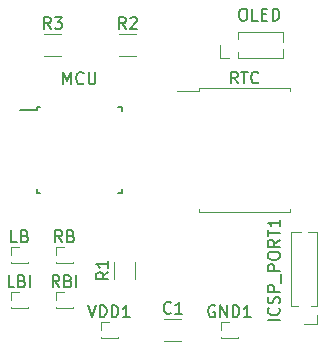
<source format=gto>
%TF.GenerationSoftware,KiCad,Pcbnew,(5.1.12)-1*%
%TF.CreationDate,2022-02-08T18:48:31+00:00*%
%TF.ProjectId,Watch_PCB_V2,57617463-685f-4504-9342-5f56322e6b69,rev?*%
%TF.SameCoordinates,Original*%
%TF.FileFunction,Legend,Top*%
%TF.FilePolarity,Positive*%
%FSLAX46Y46*%
G04 Gerber Fmt 4.6, Leading zero omitted, Abs format (unit mm)*
G04 Created by KiCad (PCBNEW (5.1.12)-1) date 2022-02-08 18:48:31*
%MOMM*%
%LPD*%
G01*
G04 APERTURE LIST*
%ADD10C,0.120000*%
%ADD11C,0.150000*%
%ADD12O,1.000000X1.000000*%
%ADD13R,1.000000X1.000000*%
%ADD14R,0.850000X0.850000*%
%ADD15R,1.600000X0.550000*%
%ADD16R,0.550000X1.600000*%
G04 APERTURE END LIST*
D10*
%TO.C,ICSP_PORT1*%
X218280000Y-90930000D02*
X217170000Y-90930000D01*
X218280000Y-90170000D02*
X218280000Y-90930000D01*
X216606529Y-89410000D02*
X216060000Y-89410000D01*
X218280000Y-89410000D02*
X217733471Y-89410000D01*
X216060000Y-89410000D02*
X216060000Y-83125000D01*
X218280000Y-89410000D02*
X218280000Y-83125000D01*
X216862470Y-83125000D02*
X216060000Y-83125000D01*
X218280000Y-83125000D02*
X217477530Y-83125000D01*
%TO.C,OLED*%
X210060000Y-68420000D02*
X210060000Y-67310000D01*
X210820000Y-68420000D02*
X210060000Y-68420000D01*
X211580000Y-66746529D02*
X211580000Y-66200000D01*
X211580000Y-68420000D02*
X211580000Y-67873471D01*
X211580000Y-66200000D02*
X215325000Y-66200000D01*
X211580000Y-68420000D02*
X215325000Y-68420000D01*
X215325000Y-67002470D02*
X215325000Y-66200000D01*
X215325000Y-68420000D02*
X215325000Y-67617530D01*
%TO.C,C1*%
X205321248Y-90530000D02*
X206743752Y-90530000D01*
X205321248Y-92350000D02*
X206743752Y-92350000D01*
%TO.C,GND1*%
X210125000Y-92125000D02*
X211515000Y-92125000D01*
X210125000Y-92125000D02*
X210125000Y-92000000D01*
X211515000Y-92125000D02*
X211515000Y-92000000D01*
X210125000Y-92125000D02*
X210211724Y-92125000D01*
X211428276Y-92125000D02*
X211515000Y-92125000D01*
X210125000Y-91440000D02*
X210125000Y-90755000D01*
X210125000Y-90755000D02*
X210820000Y-90755000D01*
%TO.C,LB*%
X192345000Y-85775000D02*
X193735000Y-85775000D01*
X192345000Y-85775000D02*
X192345000Y-85650000D01*
X193735000Y-85775000D02*
X193735000Y-85650000D01*
X192345000Y-85775000D02*
X192431724Y-85775000D01*
X193648276Y-85775000D02*
X193735000Y-85775000D01*
X192345000Y-85090000D02*
X192345000Y-84405000D01*
X192345000Y-84405000D02*
X193040000Y-84405000D01*
%TO.C,LBI*%
X192345000Y-89585000D02*
X193735000Y-89585000D01*
X192345000Y-89585000D02*
X192345000Y-89460000D01*
X193735000Y-89585000D02*
X193735000Y-89460000D01*
X192345000Y-89585000D02*
X192431724Y-89585000D01*
X193648276Y-89585000D02*
X193735000Y-89585000D01*
X192345000Y-88900000D02*
X192345000Y-88215000D01*
X192345000Y-88215000D02*
X193040000Y-88215000D01*
D11*
%TO.C,MCU*%
X194495000Y-72575000D02*
X194495000Y-72800000D01*
X201745000Y-72575000D02*
X201745000Y-72900000D01*
X201745000Y-79825000D02*
X201745000Y-79500000D01*
X194495000Y-79825000D02*
X194495000Y-79500000D01*
X194495000Y-72575000D02*
X194820000Y-72575000D01*
X194495000Y-79825000D02*
X194820000Y-79825000D01*
X201745000Y-79825000D02*
X201420000Y-79825000D01*
X201745000Y-72575000D02*
X201420000Y-72575000D01*
X194495000Y-72800000D02*
X193070000Y-72800000D01*
D10*
%TO.C,R1*%
X201020000Y-87087064D02*
X201020000Y-85632936D01*
X202840000Y-87087064D02*
X202840000Y-85632936D01*
%TO.C,R2*%
X201482936Y-68220000D02*
X202937064Y-68220000D01*
X201482936Y-66400000D02*
X202937064Y-66400000D01*
%TO.C,R3*%
X195132936Y-66400000D02*
X196587064Y-66400000D01*
X195132936Y-68220000D02*
X196587064Y-68220000D01*
%TO.C,RB*%
X196155000Y-84405000D02*
X196850000Y-84405000D01*
X196155000Y-85090000D02*
X196155000Y-84405000D01*
X197458276Y-85775000D02*
X197545000Y-85775000D01*
X196155000Y-85775000D02*
X196241724Y-85775000D01*
X197545000Y-85775000D02*
X197545000Y-85650000D01*
X196155000Y-85775000D02*
X196155000Y-85650000D01*
X196155000Y-85775000D02*
X197545000Y-85775000D01*
%TO.C,RBI*%
X196155000Y-88215000D02*
X196850000Y-88215000D01*
X196155000Y-88900000D02*
X196155000Y-88215000D01*
X197458276Y-89585000D02*
X197545000Y-89585000D01*
X196155000Y-89585000D02*
X196241724Y-89585000D01*
X197545000Y-89585000D02*
X197545000Y-89460000D01*
X196155000Y-89585000D02*
X196155000Y-89460000D01*
X196155000Y-89585000D02*
X197545000Y-89585000D01*
%TO.C,RTC*%
X212090000Y-81460000D02*
X215950000Y-81460000D01*
X215950000Y-81460000D02*
X215950000Y-81205000D01*
X212090000Y-81460000D02*
X208230000Y-81460000D01*
X208230000Y-81460000D02*
X208230000Y-81205000D01*
X212090000Y-70940000D02*
X215950000Y-70940000D01*
X215950000Y-70940000D02*
X215950000Y-71195000D01*
X212090000Y-70940000D02*
X208230000Y-70940000D01*
X208230000Y-70940000D02*
X208230000Y-71195000D01*
X208230000Y-71195000D02*
X206415000Y-71195000D01*
%TO.C,VDD1*%
X199965000Y-90755000D02*
X200660000Y-90755000D01*
X199965000Y-91440000D02*
X199965000Y-90755000D01*
X201268276Y-92125000D02*
X201355000Y-92125000D01*
X199965000Y-92125000D02*
X200051724Y-92125000D01*
X201355000Y-92125000D02*
X201355000Y-92000000D01*
X199965000Y-92125000D02*
X199965000Y-92000000D01*
X199965000Y-92125000D02*
X201355000Y-92125000D01*
%TO.C,ICSP_PORT1*%
D11*
X215082380Y-90598095D02*
X214082380Y-90598095D01*
X214987142Y-89550476D02*
X215034761Y-89598095D01*
X215082380Y-89740952D01*
X215082380Y-89836190D01*
X215034761Y-89979047D01*
X214939523Y-90074285D01*
X214844285Y-90121904D01*
X214653809Y-90169523D01*
X214510952Y-90169523D01*
X214320476Y-90121904D01*
X214225238Y-90074285D01*
X214130000Y-89979047D01*
X214082380Y-89836190D01*
X214082380Y-89740952D01*
X214130000Y-89598095D01*
X214177619Y-89550476D01*
X215034761Y-89169523D02*
X215082380Y-89026666D01*
X215082380Y-88788571D01*
X215034761Y-88693333D01*
X214987142Y-88645714D01*
X214891904Y-88598095D01*
X214796666Y-88598095D01*
X214701428Y-88645714D01*
X214653809Y-88693333D01*
X214606190Y-88788571D01*
X214558571Y-88979047D01*
X214510952Y-89074285D01*
X214463333Y-89121904D01*
X214368095Y-89169523D01*
X214272857Y-89169523D01*
X214177619Y-89121904D01*
X214130000Y-89074285D01*
X214082380Y-88979047D01*
X214082380Y-88740952D01*
X214130000Y-88598095D01*
X215082380Y-88169523D02*
X214082380Y-88169523D01*
X214082380Y-87788571D01*
X214130000Y-87693333D01*
X214177619Y-87645714D01*
X214272857Y-87598095D01*
X214415714Y-87598095D01*
X214510952Y-87645714D01*
X214558571Y-87693333D01*
X214606190Y-87788571D01*
X214606190Y-88169523D01*
X215177619Y-87407619D02*
X215177619Y-86645714D01*
X215082380Y-86407619D02*
X214082380Y-86407619D01*
X214082380Y-86026666D01*
X214130000Y-85931428D01*
X214177619Y-85883809D01*
X214272857Y-85836190D01*
X214415714Y-85836190D01*
X214510952Y-85883809D01*
X214558571Y-85931428D01*
X214606190Y-86026666D01*
X214606190Y-86407619D01*
X214082380Y-85217142D02*
X214082380Y-85026666D01*
X214130000Y-84931428D01*
X214225238Y-84836190D01*
X214415714Y-84788571D01*
X214749047Y-84788571D01*
X214939523Y-84836190D01*
X215034761Y-84931428D01*
X215082380Y-85026666D01*
X215082380Y-85217142D01*
X215034761Y-85312380D01*
X214939523Y-85407619D01*
X214749047Y-85455238D01*
X214415714Y-85455238D01*
X214225238Y-85407619D01*
X214130000Y-85312380D01*
X214082380Y-85217142D01*
X215082380Y-83788571D02*
X214606190Y-84121904D01*
X215082380Y-84360000D02*
X214082380Y-84360000D01*
X214082380Y-83979047D01*
X214130000Y-83883809D01*
X214177619Y-83836190D01*
X214272857Y-83788571D01*
X214415714Y-83788571D01*
X214510952Y-83836190D01*
X214558571Y-83883809D01*
X214606190Y-83979047D01*
X214606190Y-84360000D01*
X214082380Y-83502857D02*
X214082380Y-82931428D01*
X215082380Y-83217142D02*
X214082380Y-83217142D01*
X215082380Y-82074285D02*
X215082380Y-82645714D01*
X215082380Y-82360000D02*
X214082380Y-82360000D01*
X214225238Y-82455238D01*
X214320476Y-82550476D01*
X214368095Y-82645714D01*
%TO.C,OLED*%
X211907619Y-64222380D02*
X212098095Y-64222380D01*
X212193333Y-64270000D01*
X212288571Y-64365238D01*
X212336190Y-64555714D01*
X212336190Y-64889047D01*
X212288571Y-65079523D01*
X212193333Y-65174761D01*
X212098095Y-65222380D01*
X211907619Y-65222380D01*
X211812380Y-65174761D01*
X211717142Y-65079523D01*
X211669523Y-64889047D01*
X211669523Y-64555714D01*
X211717142Y-64365238D01*
X211812380Y-64270000D01*
X211907619Y-64222380D01*
X213240952Y-65222380D02*
X212764761Y-65222380D01*
X212764761Y-64222380D01*
X213574285Y-64698571D02*
X213907619Y-64698571D01*
X214050476Y-65222380D02*
X213574285Y-65222380D01*
X213574285Y-64222380D01*
X214050476Y-64222380D01*
X214479047Y-65222380D02*
X214479047Y-64222380D01*
X214717142Y-64222380D01*
X214860000Y-64270000D01*
X214955238Y-64365238D01*
X215002857Y-64460476D01*
X215050476Y-64650952D01*
X215050476Y-64793809D01*
X215002857Y-64984285D01*
X214955238Y-65079523D01*
X214860000Y-65174761D01*
X214717142Y-65222380D01*
X214479047Y-65222380D01*
%TO.C,C1*%
X205865833Y-89947142D02*
X205818214Y-89994761D01*
X205675357Y-90042380D01*
X205580119Y-90042380D01*
X205437261Y-89994761D01*
X205342023Y-89899523D01*
X205294404Y-89804285D01*
X205246785Y-89613809D01*
X205246785Y-89470952D01*
X205294404Y-89280476D01*
X205342023Y-89185238D01*
X205437261Y-89090000D01*
X205580119Y-89042380D01*
X205675357Y-89042380D01*
X205818214Y-89090000D01*
X205865833Y-89137619D01*
X206818214Y-90042380D02*
X206246785Y-90042380D01*
X206532500Y-90042380D02*
X206532500Y-89042380D01*
X206437261Y-89185238D01*
X206342023Y-89280476D01*
X206246785Y-89328095D01*
%TO.C,GND1*%
X209581904Y-89380000D02*
X209486666Y-89332380D01*
X209343809Y-89332380D01*
X209200952Y-89380000D01*
X209105714Y-89475238D01*
X209058095Y-89570476D01*
X209010476Y-89760952D01*
X209010476Y-89903809D01*
X209058095Y-90094285D01*
X209105714Y-90189523D01*
X209200952Y-90284761D01*
X209343809Y-90332380D01*
X209439047Y-90332380D01*
X209581904Y-90284761D01*
X209629523Y-90237142D01*
X209629523Y-89903809D01*
X209439047Y-89903809D01*
X210058095Y-90332380D02*
X210058095Y-89332380D01*
X210629523Y-90332380D01*
X210629523Y-89332380D01*
X211105714Y-90332380D02*
X211105714Y-89332380D01*
X211343809Y-89332380D01*
X211486666Y-89380000D01*
X211581904Y-89475238D01*
X211629523Y-89570476D01*
X211677142Y-89760952D01*
X211677142Y-89903809D01*
X211629523Y-90094285D01*
X211581904Y-90189523D01*
X211486666Y-90284761D01*
X211343809Y-90332380D01*
X211105714Y-90332380D01*
X212629523Y-90332380D02*
X212058095Y-90332380D01*
X212343809Y-90332380D02*
X212343809Y-89332380D01*
X212248571Y-89475238D01*
X212153333Y-89570476D01*
X212058095Y-89618095D01*
%TO.C,LB*%
X192849523Y-83982380D02*
X192373333Y-83982380D01*
X192373333Y-82982380D01*
X193516190Y-83458571D02*
X193659047Y-83506190D01*
X193706666Y-83553809D01*
X193754285Y-83649047D01*
X193754285Y-83791904D01*
X193706666Y-83887142D01*
X193659047Y-83934761D01*
X193563809Y-83982380D01*
X193182857Y-83982380D01*
X193182857Y-82982380D01*
X193516190Y-82982380D01*
X193611428Y-83030000D01*
X193659047Y-83077619D01*
X193706666Y-83172857D01*
X193706666Y-83268095D01*
X193659047Y-83363333D01*
X193611428Y-83410952D01*
X193516190Y-83458571D01*
X193182857Y-83458571D01*
%TO.C,LBI*%
X192611428Y-87792380D02*
X192135238Y-87792380D01*
X192135238Y-86792380D01*
X193278095Y-87268571D02*
X193420952Y-87316190D01*
X193468571Y-87363809D01*
X193516190Y-87459047D01*
X193516190Y-87601904D01*
X193468571Y-87697142D01*
X193420952Y-87744761D01*
X193325714Y-87792380D01*
X192944761Y-87792380D01*
X192944761Y-86792380D01*
X193278095Y-86792380D01*
X193373333Y-86840000D01*
X193420952Y-86887619D01*
X193468571Y-86982857D01*
X193468571Y-87078095D01*
X193420952Y-87173333D01*
X193373333Y-87220952D01*
X193278095Y-87268571D01*
X192944761Y-87268571D01*
X193944761Y-87792380D02*
X193944761Y-86792380D01*
%TO.C,MCU*%
X196762857Y-70602380D02*
X196762857Y-69602380D01*
X197096190Y-70316666D01*
X197429523Y-69602380D01*
X197429523Y-70602380D01*
X198477142Y-70507142D02*
X198429523Y-70554761D01*
X198286666Y-70602380D01*
X198191428Y-70602380D01*
X198048571Y-70554761D01*
X197953333Y-70459523D01*
X197905714Y-70364285D01*
X197858095Y-70173809D01*
X197858095Y-70030952D01*
X197905714Y-69840476D01*
X197953333Y-69745238D01*
X198048571Y-69650000D01*
X198191428Y-69602380D01*
X198286666Y-69602380D01*
X198429523Y-69650000D01*
X198477142Y-69697619D01*
X198905714Y-69602380D02*
X198905714Y-70411904D01*
X198953333Y-70507142D01*
X199000952Y-70554761D01*
X199096190Y-70602380D01*
X199286666Y-70602380D01*
X199381904Y-70554761D01*
X199429523Y-70507142D01*
X199477142Y-70411904D01*
X199477142Y-69602380D01*
%TO.C,R1*%
X200562380Y-86526666D02*
X200086190Y-86860000D01*
X200562380Y-87098095D02*
X199562380Y-87098095D01*
X199562380Y-86717142D01*
X199610000Y-86621904D01*
X199657619Y-86574285D01*
X199752857Y-86526666D01*
X199895714Y-86526666D01*
X199990952Y-86574285D01*
X200038571Y-86621904D01*
X200086190Y-86717142D01*
X200086190Y-87098095D01*
X200562380Y-85574285D02*
X200562380Y-86145714D01*
X200562380Y-85860000D02*
X199562380Y-85860000D01*
X199705238Y-85955238D01*
X199800476Y-86050476D01*
X199848095Y-86145714D01*
%TO.C,R2*%
X202043333Y-65942380D02*
X201710000Y-65466190D01*
X201471904Y-65942380D02*
X201471904Y-64942380D01*
X201852857Y-64942380D01*
X201948095Y-64990000D01*
X201995714Y-65037619D01*
X202043333Y-65132857D01*
X202043333Y-65275714D01*
X201995714Y-65370952D01*
X201948095Y-65418571D01*
X201852857Y-65466190D01*
X201471904Y-65466190D01*
X202424285Y-65037619D02*
X202471904Y-64990000D01*
X202567142Y-64942380D01*
X202805238Y-64942380D01*
X202900476Y-64990000D01*
X202948095Y-65037619D01*
X202995714Y-65132857D01*
X202995714Y-65228095D01*
X202948095Y-65370952D01*
X202376666Y-65942380D01*
X202995714Y-65942380D01*
%TO.C,R3*%
X195693333Y-65942380D02*
X195360000Y-65466190D01*
X195121904Y-65942380D02*
X195121904Y-64942380D01*
X195502857Y-64942380D01*
X195598095Y-64990000D01*
X195645714Y-65037619D01*
X195693333Y-65132857D01*
X195693333Y-65275714D01*
X195645714Y-65370952D01*
X195598095Y-65418571D01*
X195502857Y-65466190D01*
X195121904Y-65466190D01*
X196026666Y-64942380D02*
X196645714Y-64942380D01*
X196312380Y-65323333D01*
X196455238Y-65323333D01*
X196550476Y-65370952D01*
X196598095Y-65418571D01*
X196645714Y-65513809D01*
X196645714Y-65751904D01*
X196598095Y-65847142D01*
X196550476Y-65894761D01*
X196455238Y-65942380D01*
X196169523Y-65942380D01*
X196074285Y-65894761D01*
X196026666Y-65847142D01*
%TO.C,RB*%
X196659523Y-83982380D02*
X196326190Y-83506190D01*
X196088095Y-83982380D02*
X196088095Y-82982380D01*
X196469047Y-82982380D01*
X196564285Y-83030000D01*
X196611904Y-83077619D01*
X196659523Y-83172857D01*
X196659523Y-83315714D01*
X196611904Y-83410952D01*
X196564285Y-83458571D01*
X196469047Y-83506190D01*
X196088095Y-83506190D01*
X197421428Y-83458571D02*
X197564285Y-83506190D01*
X197611904Y-83553809D01*
X197659523Y-83649047D01*
X197659523Y-83791904D01*
X197611904Y-83887142D01*
X197564285Y-83934761D01*
X197469047Y-83982380D01*
X197088095Y-83982380D01*
X197088095Y-82982380D01*
X197421428Y-82982380D01*
X197516666Y-83030000D01*
X197564285Y-83077619D01*
X197611904Y-83172857D01*
X197611904Y-83268095D01*
X197564285Y-83363333D01*
X197516666Y-83410952D01*
X197421428Y-83458571D01*
X197088095Y-83458571D01*
%TO.C,RBI*%
X196421428Y-87792380D02*
X196088095Y-87316190D01*
X195850000Y-87792380D02*
X195850000Y-86792380D01*
X196230952Y-86792380D01*
X196326190Y-86840000D01*
X196373809Y-86887619D01*
X196421428Y-86982857D01*
X196421428Y-87125714D01*
X196373809Y-87220952D01*
X196326190Y-87268571D01*
X196230952Y-87316190D01*
X195850000Y-87316190D01*
X197183333Y-87268571D02*
X197326190Y-87316190D01*
X197373809Y-87363809D01*
X197421428Y-87459047D01*
X197421428Y-87601904D01*
X197373809Y-87697142D01*
X197326190Y-87744761D01*
X197230952Y-87792380D01*
X196850000Y-87792380D01*
X196850000Y-86792380D01*
X197183333Y-86792380D01*
X197278571Y-86840000D01*
X197326190Y-86887619D01*
X197373809Y-86982857D01*
X197373809Y-87078095D01*
X197326190Y-87173333D01*
X197278571Y-87220952D01*
X197183333Y-87268571D01*
X196850000Y-87268571D01*
X197850000Y-87792380D02*
X197850000Y-86792380D01*
%TO.C,RTC*%
X211518571Y-70552380D02*
X211185238Y-70076190D01*
X210947142Y-70552380D02*
X210947142Y-69552380D01*
X211328095Y-69552380D01*
X211423333Y-69600000D01*
X211470952Y-69647619D01*
X211518571Y-69742857D01*
X211518571Y-69885714D01*
X211470952Y-69980952D01*
X211423333Y-70028571D01*
X211328095Y-70076190D01*
X210947142Y-70076190D01*
X211804285Y-69552380D02*
X212375714Y-69552380D01*
X212090000Y-70552380D02*
X212090000Y-69552380D01*
X213280476Y-70457142D02*
X213232857Y-70504761D01*
X213090000Y-70552380D01*
X212994761Y-70552380D01*
X212851904Y-70504761D01*
X212756666Y-70409523D01*
X212709047Y-70314285D01*
X212661428Y-70123809D01*
X212661428Y-69980952D01*
X212709047Y-69790476D01*
X212756666Y-69695238D01*
X212851904Y-69600000D01*
X212994761Y-69552380D01*
X213090000Y-69552380D01*
X213232857Y-69600000D01*
X213280476Y-69647619D01*
%TO.C,VDD1*%
X198850476Y-89332380D02*
X199183809Y-90332380D01*
X199517142Y-89332380D01*
X199850476Y-90332380D02*
X199850476Y-89332380D01*
X200088571Y-89332380D01*
X200231428Y-89380000D01*
X200326666Y-89475238D01*
X200374285Y-89570476D01*
X200421904Y-89760952D01*
X200421904Y-89903809D01*
X200374285Y-90094285D01*
X200326666Y-90189523D01*
X200231428Y-90284761D01*
X200088571Y-90332380D01*
X199850476Y-90332380D01*
X200850476Y-90332380D02*
X200850476Y-89332380D01*
X201088571Y-89332380D01*
X201231428Y-89380000D01*
X201326666Y-89475238D01*
X201374285Y-89570476D01*
X201421904Y-89760952D01*
X201421904Y-89903809D01*
X201374285Y-90094285D01*
X201326666Y-90189523D01*
X201231428Y-90284761D01*
X201088571Y-90332380D01*
X200850476Y-90332380D01*
X202374285Y-90332380D02*
X201802857Y-90332380D01*
X202088571Y-90332380D02*
X202088571Y-89332380D01*
X201993333Y-89475238D01*
X201898095Y-89570476D01*
X201802857Y-89618095D01*
%TD*%
%LPC*%
D12*
%TO.C,ICSP_PORT1*%
X217170000Y-83820000D03*
X217170000Y-85090000D03*
X217170000Y-86360000D03*
X217170000Y-87630000D03*
X217170000Y-88900000D03*
D13*
X217170000Y-90170000D03*
%TD*%
D12*
%TO.C,OLED*%
X214630000Y-67310000D03*
X213360000Y-67310000D03*
X212090000Y-67310000D03*
D13*
X210820000Y-67310000D03*
%TD*%
%TO.C,C1*%
G36*
G01*
X203807500Y-92090001D02*
X203807500Y-90789999D01*
G75*
G02*
X204057499Y-90540000I249999J0D01*
G01*
X204882501Y-90540000D01*
G75*
G02*
X205132500Y-90789999I0J-249999D01*
G01*
X205132500Y-92090001D01*
G75*
G02*
X204882501Y-92340000I-249999J0D01*
G01*
X204057499Y-92340000D01*
G75*
G02*
X203807500Y-92090001I0J249999D01*
G01*
G37*
G36*
G01*
X206932500Y-92090001D02*
X206932500Y-90789999D01*
G75*
G02*
X207182499Y-90540000I249999J0D01*
G01*
X208007501Y-90540000D01*
G75*
G02*
X208257500Y-90789999I0J-249999D01*
G01*
X208257500Y-92090001D01*
G75*
G02*
X208007501Y-92340000I-249999J0D01*
G01*
X207182499Y-92340000D01*
G75*
G02*
X206932500Y-92090001I0J249999D01*
G01*
G37*
%TD*%
D14*
%TO.C,GND1*%
X210820000Y-91440000D03*
%TD*%
%TO.C,LB*%
X193040000Y-85090000D03*
%TD*%
%TO.C,LBI*%
X193040000Y-88900000D03*
%TD*%
D15*
%TO.C,MCU*%
X193870000Y-73400000D03*
X193870000Y-74200000D03*
X193870000Y-75000000D03*
X193870000Y-75800000D03*
X193870000Y-76600000D03*
X193870000Y-77400000D03*
X193870000Y-78200000D03*
X193870000Y-79000000D03*
D16*
X195320000Y-80450000D03*
X196120000Y-80450000D03*
X196920000Y-80450000D03*
X197720000Y-80450000D03*
X198520000Y-80450000D03*
X199320000Y-80450000D03*
X200120000Y-80450000D03*
X200920000Y-80450000D03*
D15*
X202370000Y-79000000D03*
X202370000Y-78200000D03*
X202370000Y-77400000D03*
X202370000Y-76600000D03*
X202370000Y-75800000D03*
X202370000Y-75000000D03*
X202370000Y-74200000D03*
X202370000Y-73400000D03*
D16*
X200920000Y-71950000D03*
X200120000Y-71950000D03*
X199320000Y-71950000D03*
X198520000Y-71950000D03*
X197720000Y-71950000D03*
X196920000Y-71950000D03*
X196120000Y-71950000D03*
X195320000Y-71950000D03*
%TD*%
%TO.C,R1*%
G36*
G01*
X202555000Y-88560000D02*
X201305000Y-88560000D01*
G75*
G02*
X201055000Y-88310000I0J250000D01*
G01*
X201055000Y-87510000D01*
G75*
G02*
X201305000Y-87260000I250000J0D01*
G01*
X202555000Y-87260000D01*
G75*
G02*
X202805000Y-87510000I0J-250000D01*
G01*
X202805000Y-88310000D01*
G75*
G02*
X202555000Y-88560000I-250000J0D01*
G01*
G37*
G36*
G01*
X202555000Y-85460000D02*
X201305000Y-85460000D01*
G75*
G02*
X201055000Y-85210000I0J250000D01*
G01*
X201055000Y-84410000D01*
G75*
G02*
X201305000Y-84160000I250000J0D01*
G01*
X202555000Y-84160000D01*
G75*
G02*
X202805000Y-84410000I0J-250000D01*
G01*
X202805000Y-85210000D01*
G75*
G02*
X202555000Y-85460000I-250000J0D01*
G01*
G37*
%TD*%
%TO.C,R2*%
G36*
G01*
X203110000Y-67935000D02*
X203110000Y-66685000D01*
G75*
G02*
X203360000Y-66435000I250000J0D01*
G01*
X204160000Y-66435000D01*
G75*
G02*
X204410000Y-66685000I0J-250000D01*
G01*
X204410000Y-67935000D01*
G75*
G02*
X204160000Y-68185000I-250000J0D01*
G01*
X203360000Y-68185000D01*
G75*
G02*
X203110000Y-67935000I0J250000D01*
G01*
G37*
G36*
G01*
X200010000Y-67935000D02*
X200010000Y-66685000D01*
G75*
G02*
X200260000Y-66435000I250000J0D01*
G01*
X201060000Y-66435000D01*
G75*
G02*
X201310000Y-66685000I0J-250000D01*
G01*
X201310000Y-67935000D01*
G75*
G02*
X201060000Y-68185000I-250000J0D01*
G01*
X200260000Y-68185000D01*
G75*
G02*
X200010000Y-67935000I0J250000D01*
G01*
G37*
%TD*%
%TO.C,R3*%
G36*
G01*
X193660000Y-67935000D02*
X193660000Y-66685000D01*
G75*
G02*
X193910000Y-66435000I250000J0D01*
G01*
X194710000Y-66435000D01*
G75*
G02*
X194960000Y-66685000I0J-250000D01*
G01*
X194960000Y-67935000D01*
G75*
G02*
X194710000Y-68185000I-250000J0D01*
G01*
X193910000Y-68185000D01*
G75*
G02*
X193660000Y-67935000I0J250000D01*
G01*
G37*
G36*
G01*
X196760000Y-67935000D02*
X196760000Y-66685000D01*
G75*
G02*
X197010000Y-66435000I250000J0D01*
G01*
X197810000Y-66435000D01*
G75*
G02*
X198060000Y-66685000I0J-250000D01*
G01*
X198060000Y-67935000D01*
G75*
G02*
X197810000Y-68185000I-250000J0D01*
G01*
X197010000Y-68185000D01*
G75*
G02*
X196760000Y-67935000I0J250000D01*
G01*
G37*
%TD*%
D14*
%TO.C,RB*%
X196850000Y-85090000D03*
%TD*%
%TO.C,RBI*%
X196850000Y-88900000D03*
%TD*%
%TO.C,RTC*%
G36*
G01*
X206415000Y-71905000D02*
X206415000Y-71605000D01*
G75*
G02*
X206565000Y-71455000I150000J0D01*
G01*
X208315000Y-71455000D01*
G75*
G02*
X208465000Y-71605000I0J-150000D01*
G01*
X208465000Y-71905000D01*
G75*
G02*
X208315000Y-72055000I-150000J0D01*
G01*
X206565000Y-72055000D01*
G75*
G02*
X206415000Y-71905000I0J150000D01*
G01*
G37*
G36*
G01*
X206415000Y-73175000D02*
X206415000Y-72875000D01*
G75*
G02*
X206565000Y-72725000I150000J0D01*
G01*
X208315000Y-72725000D01*
G75*
G02*
X208465000Y-72875000I0J-150000D01*
G01*
X208465000Y-73175000D01*
G75*
G02*
X208315000Y-73325000I-150000J0D01*
G01*
X206565000Y-73325000D01*
G75*
G02*
X206415000Y-73175000I0J150000D01*
G01*
G37*
G36*
G01*
X206415000Y-74445000D02*
X206415000Y-74145000D01*
G75*
G02*
X206565000Y-73995000I150000J0D01*
G01*
X208315000Y-73995000D01*
G75*
G02*
X208465000Y-74145000I0J-150000D01*
G01*
X208465000Y-74445000D01*
G75*
G02*
X208315000Y-74595000I-150000J0D01*
G01*
X206565000Y-74595000D01*
G75*
G02*
X206415000Y-74445000I0J150000D01*
G01*
G37*
G36*
G01*
X206415000Y-75715000D02*
X206415000Y-75415000D01*
G75*
G02*
X206565000Y-75265000I150000J0D01*
G01*
X208315000Y-75265000D01*
G75*
G02*
X208465000Y-75415000I0J-150000D01*
G01*
X208465000Y-75715000D01*
G75*
G02*
X208315000Y-75865000I-150000J0D01*
G01*
X206565000Y-75865000D01*
G75*
G02*
X206415000Y-75715000I0J150000D01*
G01*
G37*
G36*
G01*
X206415000Y-76985000D02*
X206415000Y-76685000D01*
G75*
G02*
X206565000Y-76535000I150000J0D01*
G01*
X208315000Y-76535000D01*
G75*
G02*
X208465000Y-76685000I0J-150000D01*
G01*
X208465000Y-76985000D01*
G75*
G02*
X208315000Y-77135000I-150000J0D01*
G01*
X206565000Y-77135000D01*
G75*
G02*
X206415000Y-76985000I0J150000D01*
G01*
G37*
G36*
G01*
X206415000Y-78255000D02*
X206415000Y-77955000D01*
G75*
G02*
X206565000Y-77805000I150000J0D01*
G01*
X208315000Y-77805000D01*
G75*
G02*
X208465000Y-77955000I0J-150000D01*
G01*
X208465000Y-78255000D01*
G75*
G02*
X208315000Y-78405000I-150000J0D01*
G01*
X206565000Y-78405000D01*
G75*
G02*
X206415000Y-78255000I0J150000D01*
G01*
G37*
G36*
G01*
X206415000Y-79525000D02*
X206415000Y-79225000D01*
G75*
G02*
X206565000Y-79075000I150000J0D01*
G01*
X208315000Y-79075000D01*
G75*
G02*
X208465000Y-79225000I0J-150000D01*
G01*
X208465000Y-79525000D01*
G75*
G02*
X208315000Y-79675000I-150000J0D01*
G01*
X206565000Y-79675000D01*
G75*
G02*
X206415000Y-79525000I0J150000D01*
G01*
G37*
G36*
G01*
X206415000Y-80795000D02*
X206415000Y-80495000D01*
G75*
G02*
X206565000Y-80345000I150000J0D01*
G01*
X208315000Y-80345000D01*
G75*
G02*
X208465000Y-80495000I0J-150000D01*
G01*
X208465000Y-80795000D01*
G75*
G02*
X208315000Y-80945000I-150000J0D01*
G01*
X206565000Y-80945000D01*
G75*
G02*
X206415000Y-80795000I0J150000D01*
G01*
G37*
G36*
G01*
X215715000Y-80795000D02*
X215715000Y-80495000D01*
G75*
G02*
X215865000Y-80345000I150000J0D01*
G01*
X217615000Y-80345000D01*
G75*
G02*
X217765000Y-80495000I0J-150000D01*
G01*
X217765000Y-80795000D01*
G75*
G02*
X217615000Y-80945000I-150000J0D01*
G01*
X215865000Y-80945000D01*
G75*
G02*
X215715000Y-80795000I0J150000D01*
G01*
G37*
G36*
G01*
X215715000Y-79525000D02*
X215715000Y-79225000D01*
G75*
G02*
X215865000Y-79075000I150000J0D01*
G01*
X217615000Y-79075000D01*
G75*
G02*
X217765000Y-79225000I0J-150000D01*
G01*
X217765000Y-79525000D01*
G75*
G02*
X217615000Y-79675000I-150000J0D01*
G01*
X215865000Y-79675000D01*
G75*
G02*
X215715000Y-79525000I0J150000D01*
G01*
G37*
G36*
G01*
X215715000Y-78255000D02*
X215715000Y-77955000D01*
G75*
G02*
X215865000Y-77805000I150000J0D01*
G01*
X217615000Y-77805000D01*
G75*
G02*
X217765000Y-77955000I0J-150000D01*
G01*
X217765000Y-78255000D01*
G75*
G02*
X217615000Y-78405000I-150000J0D01*
G01*
X215865000Y-78405000D01*
G75*
G02*
X215715000Y-78255000I0J150000D01*
G01*
G37*
G36*
G01*
X215715000Y-76985000D02*
X215715000Y-76685000D01*
G75*
G02*
X215865000Y-76535000I150000J0D01*
G01*
X217615000Y-76535000D01*
G75*
G02*
X217765000Y-76685000I0J-150000D01*
G01*
X217765000Y-76985000D01*
G75*
G02*
X217615000Y-77135000I-150000J0D01*
G01*
X215865000Y-77135000D01*
G75*
G02*
X215715000Y-76985000I0J150000D01*
G01*
G37*
G36*
G01*
X215715000Y-75715000D02*
X215715000Y-75415000D01*
G75*
G02*
X215865000Y-75265000I150000J0D01*
G01*
X217615000Y-75265000D01*
G75*
G02*
X217765000Y-75415000I0J-150000D01*
G01*
X217765000Y-75715000D01*
G75*
G02*
X217615000Y-75865000I-150000J0D01*
G01*
X215865000Y-75865000D01*
G75*
G02*
X215715000Y-75715000I0J150000D01*
G01*
G37*
G36*
G01*
X215715000Y-74445000D02*
X215715000Y-74145000D01*
G75*
G02*
X215865000Y-73995000I150000J0D01*
G01*
X217615000Y-73995000D01*
G75*
G02*
X217765000Y-74145000I0J-150000D01*
G01*
X217765000Y-74445000D01*
G75*
G02*
X217615000Y-74595000I-150000J0D01*
G01*
X215865000Y-74595000D01*
G75*
G02*
X215715000Y-74445000I0J150000D01*
G01*
G37*
G36*
G01*
X215715000Y-73175000D02*
X215715000Y-72875000D01*
G75*
G02*
X215865000Y-72725000I150000J0D01*
G01*
X217615000Y-72725000D01*
G75*
G02*
X217765000Y-72875000I0J-150000D01*
G01*
X217765000Y-73175000D01*
G75*
G02*
X217615000Y-73325000I-150000J0D01*
G01*
X215865000Y-73325000D01*
G75*
G02*
X215715000Y-73175000I0J150000D01*
G01*
G37*
G36*
G01*
X215715000Y-71905000D02*
X215715000Y-71605000D01*
G75*
G02*
X215865000Y-71455000I150000J0D01*
G01*
X217615000Y-71455000D01*
G75*
G02*
X217765000Y-71605000I0J-150000D01*
G01*
X217765000Y-71905000D01*
G75*
G02*
X217615000Y-72055000I-150000J0D01*
G01*
X215865000Y-72055000D01*
G75*
G02*
X215715000Y-71905000I0J150000D01*
G01*
G37*
%TD*%
%TO.C,VDD1*%
X200660000Y-91440000D03*
%TD*%
M02*

</source>
